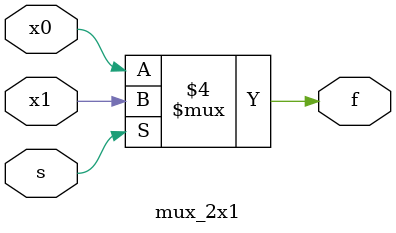
<source format=sv>
module mux_2x1
#(
    parameter N = 1
)(
    input logic [N-1 : 0] x0,
    input logic [N-1 : 0] x1,
    input logic s,
    output logic [N-1 : 0] f
);

    logic p0, p1;

    always_comb
    begin 
       if (s == 1'b1) begin
        f = x1;
       end else begin
        f = x0;
       end
    end

endmodule
</source>
